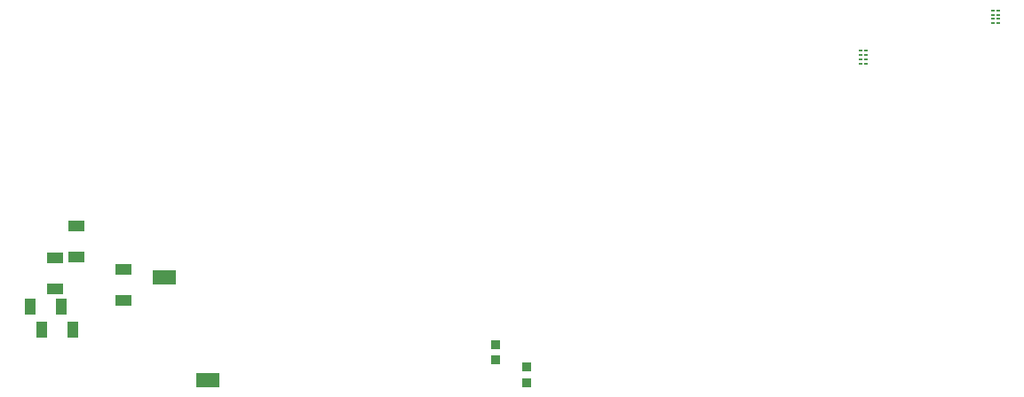
<source format=gbr>
%TF.GenerationSoftware,Altium Limited,Altium Designer,25.8.1 (18)*%
G04 Layer_Color=128*
%FSLAX45Y45*%
%MOMM*%
%TF.SameCoordinates,716D66D7-A0E9-4909-A487-8E51579E39AF*%
%TF.FilePolarity,Positive*%
%TF.FileFunction,Paste,Bot*%
%TF.Part,Single*%
G01*
G75*
%TA.AperFunction,SMDPad,CuDef*%
%ADD25R,1.60000X1.05000*%
%ADD34R,0.91213X0.95814*%
%ADD36R,2.20000X1.40000*%
%ADD39R,1.05000X1.60000*%
%ADD166R,0.30000X0.17500*%
D25*
X3876040Y7081340D02*
D03*
X4320000Y6665000D02*
D03*
X3675380Y6781620D02*
D03*
X4320000Y6960000D02*
D03*
X3876040Y7376340D02*
D03*
X3675380Y7076620D02*
D03*
D34*
X8170035Y5883228D02*
D03*
X7871460Y6247439D02*
D03*
Y6102041D02*
D03*
X8170035Y6028627D02*
D03*
D36*
X4710000Y6890000D02*
D03*
X5130000Y5910000D02*
D03*
D39*
X3840000Y6390000D02*
D03*
X3726360Y6611620D02*
D03*
X3431360D02*
D03*
X3545000Y6390000D02*
D03*
D166*
X11405160Y8931600D02*
D03*
Y9051600D02*
D03*
Y9011600D02*
D03*
Y8971600D02*
D03*
X11350160Y8931600D02*
D03*
Y9051600D02*
D03*
Y9011600D02*
D03*
Y8971600D02*
D03*
X12666100Y9357360D02*
D03*
Y9317360D02*
D03*
Y9437360D02*
D03*
Y9397360D02*
D03*
X12611100D02*
D03*
Y9357360D02*
D03*
Y9437360D02*
D03*
Y9317360D02*
D03*
%TF.MD5,4e9b8e9ac4f1113cd1dc87417623b1c9*%
M02*

</source>
